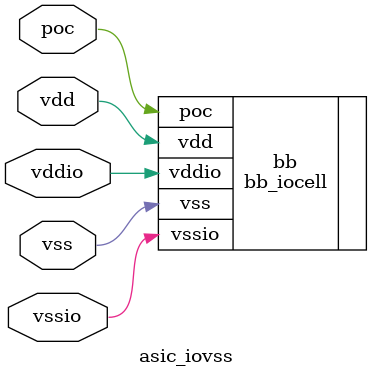
<source format=v>
module asic_iovss #(
    parameter DIR = "NO",
    parameter TYPE = "SOFT"
) (
    inout vdd,
    inout vss,
    inout vddio,
    inout vssio,
    inout poc
);

bb_iocell bb (
    .vdd(vdd),
    .vss(vss),
    .vddio(vddio),
    .vssio(vssio),
    .poc(poc)
);

endmodule
</source>
